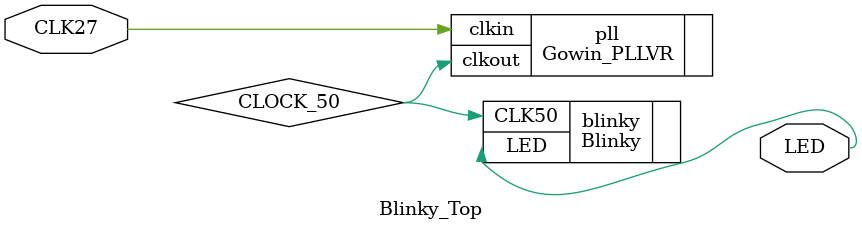
<source format=v>
module Blinky_Top (
		input CLK27,    // clk input
		output LED    // LED pin
	);

	wire CLOCK_50;
	Gowin_PLLVR pll(
		.clkout(CLOCK_50), // output clkout
		.clkin(CLK27)        // input clkin
	);

	Blinky blinky (
		.CLK50(CLOCK_50),  // input CLK50,
		.LED(LED)          // output LED
	);

endmodule

</source>
